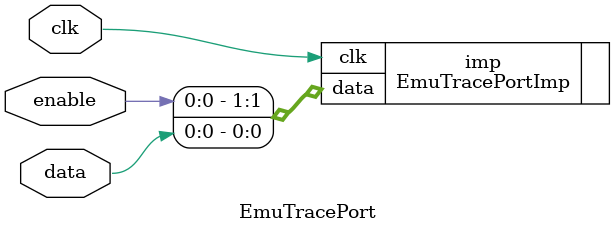
<source format=v>
`timescale 1ns / 1ps

`include "axi.vh"

(* keep *)
module EmuTracePort #(
    parameter   DATA_WIDTH  = 1
)(
    input  wire                     clk,
    input  wire [DATA_WIDTH-1:0]    data,
    input  wire                     enable  
);

    (* keep *)
    EmuTracePortImp #(
        .DATA_WIDTH (DATA_WIDTH+1)
    ) imp (
        .clk        (clk),
        .data       ({enable, data})
    );

endmodule

</source>
